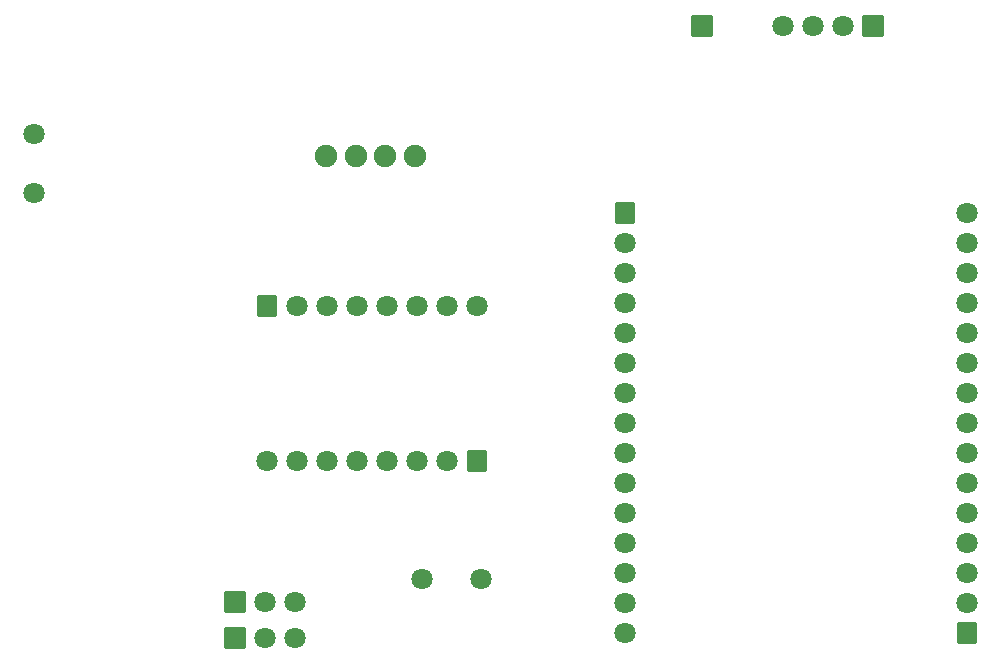
<source format=gbs>
G04 Layer: BottomSolderMaskLayer*
G04 EasyEDA Pro v2.0.19.1.e63e9f, 2023-06-23 12:42:27*
G04 Gerber Generator version 0.3*
G04 Scale: 100 percent, Rotated: No, Reflected: No*
G04 Dimensions in millimeters*
G04 Leading zeros omitted, absolute positions, 3 integers and 3 decimals*
%FSLAX33Y33*%
%MOMM*%
%AMRoundRect*1,1,$1,$2,$3*1,1,$1,$4,$5*1,1,$1,0-$2,0-$3*1,1,$1,0-$4,0-$5*20,1,$1,$2,$3,$4,$5,0*20,1,$1,$4,$5,0-$2,0-$3,0*20,1,$1,0-$2,0-$3,0-$4,0-$5,0*20,1,$1,0-$4,0-$5,$2,$3,0*4,1,4,$2,$3,$4,$5,0-$2,0-$3,0-$4,0-$5,$2,$3,0*%
%ADD10C,1.802*%
%ADD11RoundRect,0.102X0.787X0.85X0.787X-0.85*%
%ADD12RoundRect,0.102X-0.787X-0.85X-0.787X0.85*%
%ADD13RoundRect,0.102X0.787X-0.85X-0.787X-0.85*%
%ADD14RoundRect,0.102X-0.787X0.85X0.787X0.85*%
%ADD15C,1.8*%
%ADD16RoundRect,0.102X-0.85X0.85X0.85X0.85*%
%ADD17RoundRect,0.102X0.85X-0.85X-0.85X-0.85*%
%ADD18C,1.902*%
G75*


G04 Pad Start*
G54D10*
G01X59817Y12573D03*
G01X59817Y15113D03*
G01X59817Y17653D03*
G01X59817Y20193D03*
G01X59817Y22733D03*
G01X59817Y25273D03*
G01X59817Y27813D03*
G01X59817Y30353D03*
G01X59817Y32893D03*
G01X59817Y35433D03*
G01X59817Y37973D03*
G01X59817Y40513D03*
G01X59817Y43053D03*
G01X59817Y45593D03*
G54D11*
G01X59817Y48133D03*
G54D10*
G01X88773Y48133D03*
G01X88773Y45593D03*
G01X88773Y43053D03*
G01X88773Y40513D03*
G01X88773Y37973D03*
G01X88773Y35433D03*
G01X88773Y32893D03*
G01X88773Y30353D03*
G01X88773Y27813D03*
G01X88773Y25273D03*
G01X88773Y22733D03*
G01X88773Y20193D03*
G01X88773Y17653D03*
G01X88773Y15113D03*
G54D12*
G01X88773Y12573D03*
G54D10*
G01X29464Y27178D03*
G01X32004Y27178D03*
G01X34544Y27178D03*
G01X37084Y27178D03*
G01X39624Y27178D03*
G01X42164Y27178D03*
G01X44704Y27178D03*
G54D13*
G01X47244Y27178D03*
G54D10*
G01X47244Y40259D03*
G01X44704Y40259D03*
G01X42164Y40259D03*
G01X39624Y40259D03*
G01X37084Y40259D03*
G01X34544Y40259D03*
G01X32004Y40259D03*
G54D14*
G01X29464Y40259D03*
G54D15*
G01X9779Y54824D03*
G01X9779Y49824D03*
G54D16*
G01X26797Y15240D03*
G54D10*
G01X29337Y15240D03*
G01X31877Y15240D03*
G54D16*
G01X26797Y12227D03*
G54D10*
G01X29337Y12227D03*
G01X31877Y12227D03*
G54D15*
G01X42585Y17145D03*
G01X47585Y17145D03*
G54D17*
G01X80772Y64008D03*
G54D10*
G01X78232Y64008D03*
G01X75692Y64008D03*
G01X73152Y64008D03*
G54D16*
G01X66294Y64008D03*
G54D18*
G01X41977Y52959D03*
G01X39477Y52959D03*
G01X36977Y52959D03*
G01X34477Y52959D03*
G04 Pad End*

M02*

</source>
